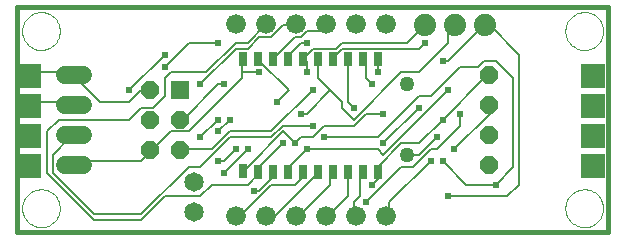
<source format=gtl>
G75*
G70*
%OFA0B0*%
%FSLAX24Y24*%
%IPPOS*%
%LPD*%
%AMOC8*
5,1,8,0,0,1.08239X$1,22.5*
%
%ADD10C,0.0000*%
%ADD11C,0.0160*%
%ADD12R,0.0300X0.0450*%
%ADD13C,0.0660*%
%ADD14C,0.0600*%
%ADD15OC8,0.0594*%
%ADD16C,0.0500*%
%ADD17C,0.0650*%
%ADD18R,0.0600X0.0600*%
%ADD19OC8,0.0600*%
%ADD20R,0.0800X0.0800*%
%ADD21C,0.0740*%
%ADD22C,0.0060*%
%ADD23C,0.0240*%
D10*
X002764Y001287D02*
X002766Y001337D01*
X002772Y001387D01*
X002782Y001436D01*
X002796Y001484D01*
X002813Y001531D01*
X002834Y001576D01*
X002859Y001620D01*
X002887Y001661D01*
X002919Y001700D01*
X002953Y001737D01*
X002990Y001771D01*
X003030Y001801D01*
X003072Y001828D01*
X003116Y001852D01*
X003162Y001873D01*
X003209Y001889D01*
X003257Y001902D01*
X003307Y001911D01*
X003356Y001916D01*
X003407Y001917D01*
X003457Y001914D01*
X003506Y001907D01*
X003555Y001896D01*
X003603Y001881D01*
X003649Y001863D01*
X003694Y001841D01*
X003737Y001815D01*
X003778Y001786D01*
X003817Y001754D01*
X003853Y001719D01*
X003885Y001681D01*
X003915Y001641D01*
X003942Y001598D01*
X003965Y001554D01*
X003984Y001508D01*
X004000Y001460D01*
X004012Y001411D01*
X004020Y001362D01*
X004024Y001312D01*
X004024Y001262D01*
X004020Y001212D01*
X004012Y001163D01*
X004000Y001114D01*
X003984Y001066D01*
X003965Y001020D01*
X003942Y000976D01*
X003915Y000933D01*
X003885Y000893D01*
X003853Y000855D01*
X003817Y000820D01*
X003778Y000788D01*
X003737Y000759D01*
X003694Y000733D01*
X003649Y000711D01*
X003603Y000693D01*
X003555Y000678D01*
X003506Y000667D01*
X003457Y000660D01*
X003407Y000657D01*
X003356Y000658D01*
X003307Y000663D01*
X003257Y000672D01*
X003209Y000685D01*
X003162Y000701D01*
X003116Y000722D01*
X003072Y000746D01*
X003030Y000773D01*
X002990Y000803D01*
X002953Y000837D01*
X002919Y000874D01*
X002887Y000913D01*
X002859Y000954D01*
X002834Y000998D01*
X002813Y001043D01*
X002796Y001090D01*
X002782Y001138D01*
X002772Y001187D01*
X002766Y001237D01*
X002764Y001287D01*
X002764Y007193D02*
X002766Y007243D01*
X002772Y007293D01*
X002782Y007342D01*
X002796Y007390D01*
X002813Y007437D01*
X002834Y007482D01*
X002859Y007526D01*
X002887Y007567D01*
X002919Y007606D01*
X002953Y007643D01*
X002990Y007677D01*
X003030Y007707D01*
X003072Y007734D01*
X003116Y007758D01*
X003162Y007779D01*
X003209Y007795D01*
X003257Y007808D01*
X003307Y007817D01*
X003356Y007822D01*
X003407Y007823D01*
X003457Y007820D01*
X003506Y007813D01*
X003555Y007802D01*
X003603Y007787D01*
X003649Y007769D01*
X003694Y007747D01*
X003737Y007721D01*
X003778Y007692D01*
X003817Y007660D01*
X003853Y007625D01*
X003885Y007587D01*
X003915Y007547D01*
X003942Y007504D01*
X003965Y007460D01*
X003984Y007414D01*
X004000Y007366D01*
X004012Y007317D01*
X004020Y007268D01*
X004024Y007218D01*
X004024Y007168D01*
X004020Y007118D01*
X004012Y007069D01*
X004000Y007020D01*
X003984Y006972D01*
X003965Y006926D01*
X003942Y006882D01*
X003915Y006839D01*
X003885Y006799D01*
X003853Y006761D01*
X003817Y006726D01*
X003778Y006694D01*
X003737Y006665D01*
X003694Y006639D01*
X003649Y006617D01*
X003603Y006599D01*
X003555Y006584D01*
X003506Y006573D01*
X003457Y006566D01*
X003407Y006563D01*
X003356Y006564D01*
X003307Y006569D01*
X003257Y006578D01*
X003209Y006591D01*
X003162Y006607D01*
X003116Y006628D01*
X003072Y006652D01*
X003030Y006679D01*
X002990Y006709D01*
X002953Y006743D01*
X002919Y006780D01*
X002887Y006819D01*
X002859Y006860D01*
X002834Y006904D01*
X002813Y006949D01*
X002796Y006996D01*
X002782Y007044D01*
X002772Y007093D01*
X002766Y007143D01*
X002764Y007193D01*
X020874Y007193D02*
X020876Y007243D01*
X020882Y007293D01*
X020892Y007342D01*
X020906Y007390D01*
X020923Y007437D01*
X020944Y007482D01*
X020969Y007526D01*
X020997Y007567D01*
X021029Y007606D01*
X021063Y007643D01*
X021100Y007677D01*
X021140Y007707D01*
X021182Y007734D01*
X021226Y007758D01*
X021272Y007779D01*
X021319Y007795D01*
X021367Y007808D01*
X021417Y007817D01*
X021466Y007822D01*
X021517Y007823D01*
X021567Y007820D01*
X021616Y007813D01*
X021665Y007802D01*
X021713Y007787D01*
X021759Y007769D01*
X021804Y007747D01*
X021847Y007721D01*
X021888Y007692D01*
X021927Y007660D01*
X021963Y007625D01*
X021995Y007587D01*
X022025Y007547D01*
X022052Y007504D01*
X022075Y007460D01*
X022094Y007414D01*
X022110Y007366D01*
X022122Y007317D01*
X022130Y007268D01*
X022134Y007218D01*
X022134Y007168D01*
X022130Y007118D01*
X022122Y007069D01*
X022110Y007020D01*
X022094Y006972D01*
X022075Y006926D01*
X022052Y006882D01*
X022025Y006839D01*
X021995Y006799D01*
X021963Y006761D01*
X021927Y006726D01*
X021888Y006694D01*
X021847Y006665D01*
X021804Y006639D01*
X021759Y006617D01*
X021713Y006599D01*
X021665Y006584D01*
X021616Y006573D01*
X021567Y006566D01*
X021517Y006563D01*
X021466Y006564D01*
X021417Y006569D01*
X021367Y006578D01*
X021319Y006591D01*
X021272Y006607D01*
X021226Y006628D01*
X021182Y006652D01*
X021140Y006679D01*
X021100Y006709D01*
X021063Y006743D01*
X021029Y006780D01*
X020997Y006819D01*
X020969Y006860D01*
X020944Y006904D01*
X020923Y006949D01*
X020906Y006996D01*
X020892Y007044D01*
X020882Y007093D01*
X020876Y007143D01*
X020874Y007193D01*
X020874Y001287D02*
X020876Y001337D01*
X020882Y001387D01*
X020892Y001436D01*
X020906Y001484D01*
X020923Y001531D01*
X020944Y001576D01*
X020969Y001620D01*
X020997Y001661D01*
X021029Y001700D01*
X021063Y001737D01*
X021100Y001771D01*
X021140Y001801D01*
X021182Y001828D01*
X021226Y001852D01*
X021272Y001873D01*
X021319Y001889D01*
X021367Y001902D01*
X021417Y001911D01*
X021466Y001916D01*
X021517Y001917D01*
X021567Y001914D01*
X021616Y001907D01*
X021665Y001896D01*
X021713Y001881D01*
X021759Y001863D01*
X021804Y001841D01*
X021847Y001815D01*
X021888Y001786D01*
X021927Y001754D01*
X021963Y001719D01*
X021995Y001681D01*
X022025Y001641D01*
X022052Y001598D01*
X022075Y001554D01*
X022094Y001508D01*
X022110Y001460D01*
X022122Y001411D01*
X022130Y001362D01*
X022134Y001312D01*
X022134Y001262D01*
X022130Y001212D01*
X022122Y001163D01*
X022110Y001114D01*
X022094Y001066D01*
X022075Y001020D01*
X022052Y000976D01*
X022025Y000933D01*
X021995Y000893D01*
X021963Y000855D01*
X021927Y000820D01*
X021888Y000788D01*
X021847Y000759D01*
X021804Y000733D01*
X021759Y000711D01*
X021713Y000693D01*
X021665Y000678D01*
X021616Y000667D01*
X021567Y000660D01*
X021517Y000657D01*
X021466Y000658D01*
X021417Y000663D01*
X021367Y000672D01*
X021319Y000685D01*
X021272Y000701D01*
X021226Y000722D01*
X021182Y000746D01*
X021140Y000773D01*
X021100Y000803D01*
X021063Y000837D01*
X021029Y000874D01*
X020997Y000913D01*
X020969Y000954D01*
X020944Y000998D01*
X020923Y001043D01*
X020906Y001090D01*
X020892Y001138D01*
X020882Y001187D01*
X020876Y001237D01*
X020874Y001287D01*
D11*
X002606Y000500D02*
X002606Y007980D01*
X022291Y007980D01*
X022291Y000500D01*
X002606Y000500D01*
D12*
X010146Y002520D03*
X010646Y002510D03*
X011146Y002510D03*
X011646Y002510D03*
X012146Y002510D03*
X012646Y002510D03*
X013146Y002510D03*
X013646Y002510D03*
X014146Y002510D03*
X014646Y002510D03*
X014646Y006260D03*
X014146Y006260D03*
X013646Y006260D03*
X013146Y006260D03*
X012646Y006260D03*
X012146Y006260D03*
X011646Y006260D03*
X011146Y006260D03*
X010646Y006260D03*
X010146Y006260D03*
D13*
X009890Y007435D03*
X010890Y007435D03*
X011890Y007435D03*
X012890Y007435D03*
X013890Y007435D03*
X014890Y007435D03*
X014890Y001041D03*
X013890Y001041D03*
X012890Y001041D03*
X011890Y001041D03*
X010890Y001041D03*
X009890Y001041D03*
D14*
X004800Y002740D02*
X004200Y002740D01*
X004200Y003740D02*
X004800Y003740D01*
X004800Y004740D02*
X004200Y004740D01*
X004200Y005740D02*
X004800Y005740D01*
D15*
X018345Y005740D03*
X018345Y004740D03*
X018345Y003740D03*
X018345Y002740D03*
D16*
X015598Y003059D03*
X015598Y005421D03*
D17*
X008512Y002173D03*
X008512Y001173D03*
D18*
X008028Y005240D03*
D19*
X007028Y005240D03*
X007028Y004240D03*
X008028Y004240D03*
X008028Y003240D03*
X007028Y003240D03*
D20*
X003000Y003697D03*
X003000Y004697D03*
X003000Y005697D03*
X003000Y002697D03*
X021803Y002697D03*
X021803Y003697D03*
X021803Y004697D03*
X021803Y005697D03*
D21*
X018189Y007390D03*
X017189Y007390D03*
X016189Y007390D03*
D22*
X015598Y006799D01*
X013433Y006799D01*
X013236Y006602D01*
X012449Y006602D01*
X012252Y006406D01*
X012146Y006260D01*
X012252Y006209D01*
X012252Y005815D01*
X012646Y005618D02*
X013039Y005224D01*
X012252Y004437D01*
X012055Y004437D01*
X012449Y004043D02*
X011465Y004043D01*
X011071Y003650D01*
X009693Y003650D01*
X008709Y002665D01*
X008315Y002665D01*
X006740Y001091D01*
X005165Y001091D01*
X003787Y002469D01*
X003787Y003059D01*
X004378Y003650D01*
X004500Y003740D01*
X003984Y004240D02*
X003591Y003846D01*
X003591Y002469D01*
X005165Y000894D01*
X006740Y000894D01*
X007528Y001681D01*
X008709Y001681D01*
X009102Y002075D01*
X010283Y002075D01*
X010677Y002469D01*
X010646Y002510D01*
X010677Y002665D01*
X011465Y003453D01*
X011858Y003453D02*
X012055Y003650D01*
X012449Y003650D01*
X012843Y004043D01*
X013827Y004043D01*
X014220Y004437D01*
X014811Y004437D01*
X013827Y004240D02*
X015402Y005815D01*
X015992Y005815D01*
X016976Y006799D01*
X016976Y007193D01*
X017173Y007390D01*
X017189Y007390D01*
X018157Y007390D02*
X018189Y007390D01*
X018354Y007390D01*
X019339Y006406D01*
X019339Y002075D01*
X018945Y001681D01*
X016976Y001681D01*
X017567Y002075D02*
X016780Y002862D01*
X016386Y002862D02*
X015008Y001484D01*
X015008Y001091D01*
X014890Y001041D01*
X013890Y001041D02*
X013827Y001091D01*
X013827Y001484D01*
X014024Y001681D01*
X014024Y002469D01*
X014146Y002510D01*
X013646Y002510D02*
X013630Y002469D01*
X013630Y001681D01*
X013039Y001091D01*
X012890Y001041D01*
X012055Y001091D02*
X011890Y001041D01*
X012055Y001091D02*
X013039Y002075D01*
X013039Y002469D01*
X013146Y002510D01*
X012646Y002510D02*
X012646Y002469D01*
X011071Y000894D01*
X010890Y001041D01*
X009890Y001041D02*
X009890Y000894D01*
X011071Y002075D01*
X011858Y002075D01*
X012055Y002272D01*
X012055Y002469D01*
X012146Y002510D01*
X011646Y002510D02*
X011661Y002665D01*
X012252Y003256D01*
X014614Y003256D01*
X014811Y003059D01*
X016976Y005224D01*
X016386Y005028D02*
X017370Y006012D01*
X017961Y006012D01*
X018157Y006209D01*
X018551Y006209D01*
X019142Y005618D01*
X019142Y002665D01*
X018551Y002075D01*
X017567Y002075D01*
X016386Y003256D02*
X015795Y002665D01*
X015402Y002665D01*
X014220Y001484D01*
X014417Y002075D02*
X014614Y002272D01*
X014614Y002469D01*
X014646Y002510D01*
X014614Y002665D01*
X015402Y003453D01*
X015992Y003453D01*
X016780Y004240D01*
X018157Y005618D01*
X018345Y005740D01*
X016976Y006209D02*
X018157Y007390D01*
X016189Y006799D02*
X015992Y006602D01*
X013433Y006602D01*
X013236Y006406D01*
X013146Y006260D01*
X013630Y006209D02*
X013646Y006260D01*
X013630Y006209D02*
X013630Y004831D01*
X013827Y004634D01*
X013827Y004240D02*
X013433Y004634D01*
X013433Y004831D01*
X013039Y005224D01*
X012449Y005224D02*
X011071Y003846D01*
X009693Y003846D01*
X009102Y003256D01*
X008118Y003256D01*
X008028Y003240D01*
X007724Y003846D02*
X007134Y003256D01*
X007028Y003240D01*
X006937Y003059D01*
X006740Y002862D01*
X004575Y002862D01*
X004500Y002740D01*
X007724Y003846D02*
X008315Y003846D01*
X010087Y005618D01*
X010087Y005815D01*
X010677Y005815D01*
X010087Y005815D02*
X010087Y006209D01*
X010146Y006260D01*
X010646Y006260D02*
X010677Y006209D01*
X011661Y005224D01*
X011268Y004831D01*
X009693Y004240D02*
X009299Y003846D01*
X009299Y004240D02*
X008709Y003650D01*
X009496Y002862D02*
X009890Y003256D01*
X010283Y003256D02*
X009496Y002469D01*
X010146Y002520D02*
X010283Y002665D01*
X011465Y003846D01*
X011858Y003453D01*
X012843Y003650D02*
X014614Y003650D01*
X015992Y005028D01*
X016386Y005028D01*
X015992Y004634D02*
X014811Y003453D01*
X015598Y003059D02*
X015992Y003059D01*
X016583Y003650D01*
X016583Y003256D02*
X016386Y003256D01*
X016583Y003256D02*
X017370Y004043D01*
X017370Y004437D01*
X018354Y004437D02*
X017173Y003256D01*
X018354Y004437D02*
X018354Y004634D01*
X018345Y004740D01*
X014614Y005815D02*
X014614Y006209D01*
X014646Y006260D01*
X014220Y006209D02*
X014146Y006260D01*
X014220Y006209D02*
X014220Y005618D01*
X014417Y005421D01*
X012646Y005618D02*
X012646Y006260D01*
X012055Y006799D02*
X011661Y006406D01*
X011646Y006260D01*
X011268Y006406D02*
X011146Y006260D01*
X011268Y006406D02*
X011858Y006996D01*
X012055Y006996D01*
X012252Y007193D01*
X012646Y007193D01*
X012843Y007390D01*
X012890Y007435D01*
X011890Y007435D02*
X011858Y007390D01*
X011465Y007390D01*
X011071Y006996D01*
X010677Y006996D01*
X010283Y006602D01*
X009890Y006602D01*
X008709Y005421D01*
X009299Y005421D02*
X008118Y004240D01*
X008028Y004240D01*
X007528Y005028D02*
X007134Y004634D01*
X006740Y004634D01*
X006346Y004240D01*
X003984Y004240D01*
X003000Y004697D02*
X003000Y004831D01*
X004378Y004831D01*
X004500Y004740D01*
X005362Y004831D02*
X004575Y005618D01*
X004500Y005740D01*
X004378Y005815D01*
X003000Y005815D01*
X003000Y005697D01*
X005362Y004831D02*
X006346Y004831D01*
X006740Y005224D01*
X006937Y005224D01*
X007028Y005240D01*
X007528Y005028D02*
X007528Y005618D01*
X007724Y005815D01*
X008906Y005815D01*
X009890Y006799D01*
X010283Y006799D01*
X010874Y007390D01*
X010890Y007435D01*
X012055Y006799D02*
X012252Y006799D01*
X009299Y006799D02*
X008315Y006799D01*
X007528Y006012D01*
X007528Y006406D02*
X006346Y005224D01*
X009299Y005421D02*
X009496Y005421D01*
X009496Y002862D02*
X009299Y002862D01*
X010677Y001878D02*
X011071Y002272D01*
X011071Y002469D01*
X011146Y002510D01*
X010677Y001878D02*
X010480Y001878D01*
X016780Y006209D02*
X016976Y006209D01*
D23*
X016780Y006209D03*
X016189Y006799D03*
X014614Y005815D03*
X014417Y005421D03*
X012449Y005224D03*
X011268Y004831D03*
X012055Y004437D03*
X012449Y004043D03*
X012843Y003650D03*
X012252Y003256D03*
X011858Y003453D03*
X011465Y003453D03*
X010283Y003256D03*
X009890Y003256D03*
X009299Y002862D03*
X009496Y002469D03*
X010480Y001878D03*
X014220Y001484D03*
X014417Y002075D03*
X016386Y002862D03*
X016780Y002862D03*
X017173Y003256D03*
X016583Y003650D03*
X016780Y004240D03*
X017370Y004437D03*
X015992Y004634D03*
X014811Y004437D03*
X013827Y004634D03*
X014811Y003453D03*
X018551Y002075D03*
X016976Y001681D03*
X009693Y004240D03*
X009299Y004240D03*
X009299Y003846D03*
X008709Y003650D03*
X006346Y005224D03*
X007528Y006012D03*
X007528Y006406D03*
X009299Y006799D03*
X010677Y005815D03*
X009496Y005421D03*
X008709Y005421D03*
X012252Y005815D03*
X012252Y006799D03*
X016976Y005224D03*
M02*

</source>
